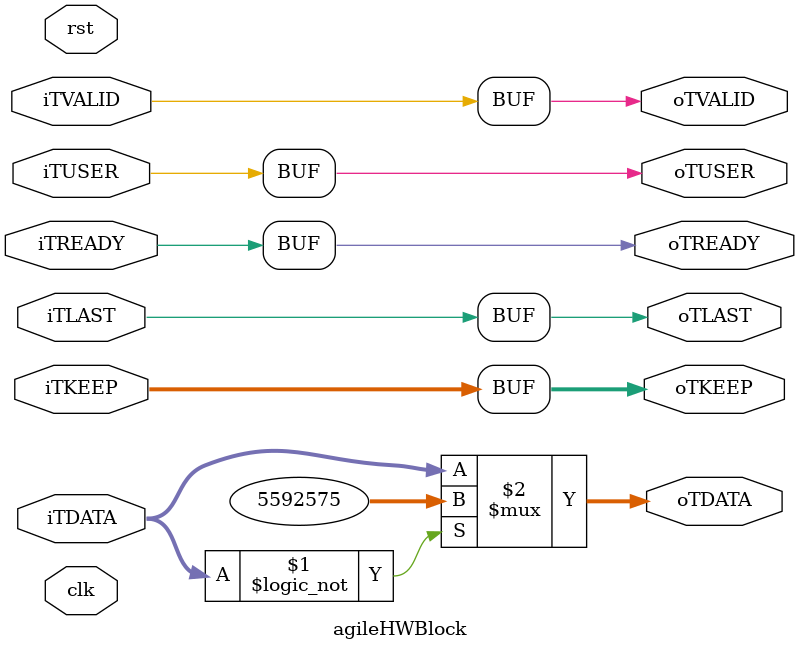
<source format=v>
`timescale 1ns / 1ps


module agileHWBlock(
    input [31:0]  iTDATA,
    input         iTUSER,
    input [3:0]   iTKEEP,
    input         iTVALID,
    input         iTLAST,
    output        oTREADY,
    output [31:0] oTDATA,
    output        oTUSER,
    output [3:0]  oTKEEP,
    output        oTVALID,
    output        oTLAST,
    input         iTREADY,
    input clk,
    input rst
    );
    
    assign oTDATA = (iTDATA == 'h00000000) ? 'h005555ff : iTDATA;
    assign oTUSER = iTUSER;
    assign oTKEEP = iTKEEP;
    assign oTVALID = iTVALID;
    assign oTLAST = iTLAST;
    assign oTREADY = iTREADY;
endmodule
</source>
